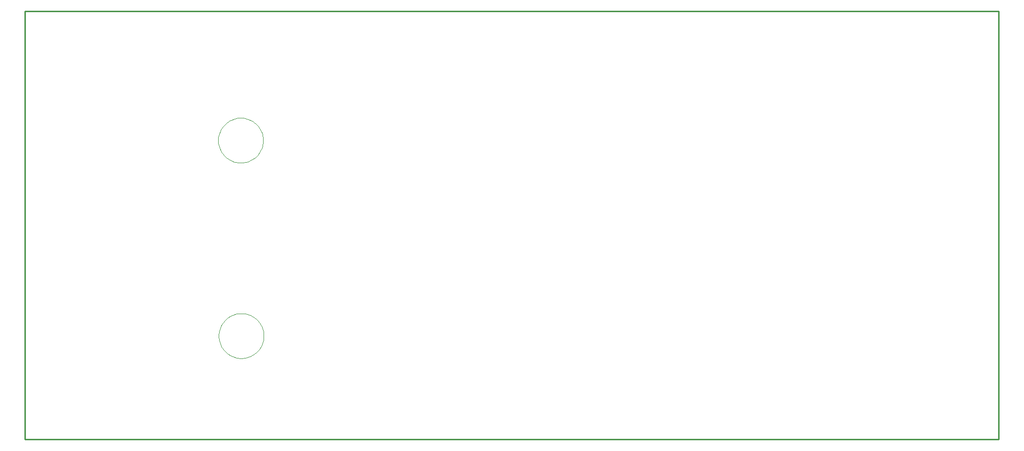
<source format=gm1>
%FSTAX23Y23*%
%MOIN*%
%SFA1B1*%

%IPPOS*%
%ADD13C,0.010000*%
%ADD65C,0.003940*%
%LNpcb1-1*%
%LPD*%
G54D13*
X0001Y-0001D02*
X0666D01*
Y0292*
X0001D02*
X0666D01*
X0001D02*
Y-0001D01*
G54D65*
X01636Y02038D02*
X01636Y02048D01*
X01635Y02058*
X01633Y02068*
X01631Y02077*
X01628Y02087*
X01624Y02096*
X0162Y02106*
X01616Y02114*
X0161Y02123*
X01604Y02131*
X01598Y02139*
X01591Y02146*
X01584Y02153*
X01576Y02159*
X01568Y02165*
X01559Y02171*
X0155Y02175*
X01541Y02179*
X01532Y02183*
X01522Y02186*
X01513Y02188*
X01503Y0219*
X01493Y02191*
X01483Y02191*
X01473Y02191*
X01463Y0219*
X01453Y02188*
X01443Y02186*
X01433Y02183*
X01424Y02179*
X01415Y02175*
X01406Y02171*
X01397Y02165*
X01389Y02159*
X01381Y02153*
X01374Y02146*
X01367Y02139*
X01361Y02131*
X01355Y02123*
X0135Y02114*
X01345Y02106*
X01341Y02096*
X01337Y02087*
X01334Y02077*
X01332Y02068*
X0133Y02058*
X01329Y02048*
X01329Y02038*
X01329Y02028*
X0133Y02018*
X01332Y02008*
X01334Y01998*
X01337Y01988*
X01341Y01979*
X01345Y0197*
X0135Y01961*
X01355Y01952*
X01361Y01944*
X01367Y01936*
X01374Y01929*
X01381Y01922*
X01389Y01916*
X01397Y0191*
X01406Y01905*
X01415Y019*
X01424Y01896*
X01433Y01892*
X01443Y01889*
X01453Y01887*
X01463Y01885*
X01473Y01884*
X01483Y01884*
X01493Y01884*
X01503Y01885*
X01513Y01887*
X01522Y01889*
X01532Y01892*
X01541Y01896*
X0155Y019*
X01559Y01905*
X01568Y0191*
X01576Y01916*
X01584Y01922*
X01591Y01929*
X01598Y01936*
X01604Y01944*
X0161Y01952*
X01616Y01961*
X0162Y0197*
X01624Y01979*
X01628Y01988*
X01631Y01998*
X01633Y02008*
X01635Y02018*
X01636Y02028*
X01636Y02038*
X0164Y007D02*
X01639Y0071D01*
X01638Y0072*
X01637Y00729*
X01634Y00739*
X01631Y00749*
X01628Y00758*
X01624Y00767*
X01619Y00776*
X01614Y00785*
X01608Y00793*
X01601Y00801*
X01595Y00808*
X01587Y00815*
X01579Y00821*
X01571Y00827*
X01563Y00832*
X01554Y00837*
X01545Y00841*
X01535Y00845*
X01526Y00848*
X01516Y0085*
X01506Y00852*
X01496Y00853*
X01486Y00853*
X01476Y00853*
X01466Y00852*
X01456Y0085*
X01446Y00848*
X01437Y00845*
X01427Y00841*
X01418Y00837*
X01409Y00832*
X01401Y00827*
X01393Y00821*
X01385Y00815*
X01377Y00808*
X01371Y00801*
X01364Y00793*
X01358Y00785*
X01353Y00776*
X01348Y00767*
X01344Y00758*
X01341Y00749*
X01338Y00739*
X01335Y00729*
X01334Y0072*
X01333Y0071*
X01332Y007*
X01333Y00689*
X01334Y00679*
X01335Y0067*
X01338Y0066*
X01341Y0065*
X01344Y00641*
X01348Y00632*
X01353Y00623*
X01358Y00614*
X01364Y00606*
X01371Y00598*
X01377Y00591*
X01385Y00584*
X01393Y00578*
X01401Y00572*
X01409Y00567*
X01418Y00562*
X01427Y00558*
X01437Y00554*
X01446Y00551*
X01456Y00549*
X01466Y00547*
X01476Y00546*
X01486Y00546*
X01496Y00546*
X01506Y00547*
X01516Y00549*
X01526Y00551*
X01535Y00554*
X01545Y00558*
X01554Y00562*
X01563Y00567*
X01571Y00572*
X01579Y00578*
X01587Y00584*
X01595Y00591*
X01601Y00598*
X01608Y00606*
X01614Y00614*
X01619Y00623*
X01624Y00632*
X01628Y00641*
X01631Y0065*
X01634Y0066*
X01637Y0067*
X01638Y00679*
X01639Y00689*
X0164Y007*
M02*
</source>
